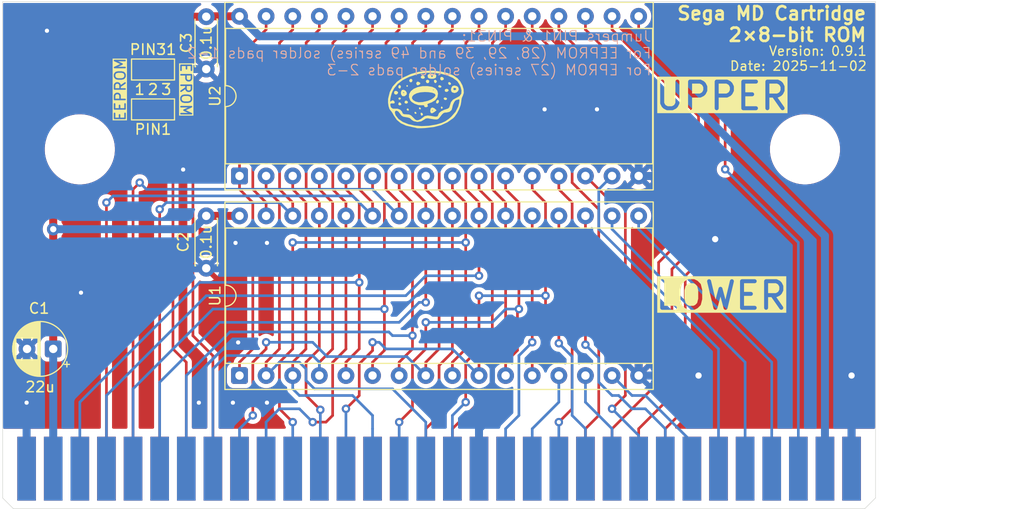
<source format=kicad_pcb>
(kicad_pcb (version 20241229) (generator "pcbnew") (generator_version "9.0")
  (title_block (title "Sega genesis cartridge 2 x 8-bit ROMs") (date "2025-11-02") (rev "0.9.1") (company "ponchick"))
  (layers (0 "F.Cu" signal) (2 "B.Cu" signal) (13 "F.Paste" user) (15 "B.Paste" user) (5 "F.SilkS" user "F.Silkscreen") (7 "B.SilkS" user "B.Silkscreen") (1 "F.Mask" user) (3 "B.Mask" user) (25 "Edge.Cuts" user))
  (net 0 "")
  (net 1 "VCC")
  (net 2 "GND")
  (net 3 "/PIN1")
  (net 4 "/A7")
  (net 5 "/A10")
  (net 6 "/A6")
  (net 7 "/A11")
  (net 8 "/A5")
  (net 9 "/A12")
  (net 10 "/A4")
  (net 11 "/A13")
  (net 12 "/A3")
  (net 13 "/A14")
  (net 14 "/A2")
  (net 15 "/A15")
  (net 16 "/A1")
  (net 17 "/A16")
  (net 18 "/A0")
  (net 19 "/D7")
  (net 20 "/D0")
  (net 21 "/D8")
  (net 22 "/D6")
  (net 23 "/D1")
  (net 24 "/D9")
  (net 25 "/D5")
  (net 26 "/D2")
  (net 27 "/D10")
  (net 28 "/D4")
  (net 29 "/D3")
  (net 30 "/D11")
  (net 31 "/PIN31")
  (net 32 "/A8")
  (net 33 "/A9")
  (net 34 "/A17")
  (net 35 "/A18")
  (net 36 "/A19")
  (net 37 "/A20")
  (net 38 "/A21")
  (net 39 "/~{OE}")
  (net 40 "/~{CE}")
  (net 41 "/D15")
  (net 42 "/D14")
  (net 43 "/D13")
  (net 44 "/D12")
  (footprint "Sega:GENESIS_CART_EDGE" (layer "F.Cu") (at 73.66 114.3)
    (property "Reference" "J1" (hide yes))
    (property "Value" "GENESIS_CART_EDGE" (hide yes))
  )
  (footprint "Sega:HOLE_6.2" (layer "F.Cu") (at 109.855 83.82)
    (property "Reference" "H2" (hide yes))
    (property "Value" "~" (hide yes))
  )
  (footprint "Sega:HOLE_6.2" (layer "F.Cu") (at 40.64 83.82)
    (property "Reference" "H1" (hide yes))
    (property "Value" "~" (hide yes))
  )
  (footprint "Capacitor_THT:C_Disc_D4.3mm_W1.9mm_P5.00mm" (layer "F.Cu") (at 52.705 95.17 90)
    (property "Reference" "C2")
    (property "Value" "0.1u")
  )
  (footprint "Sega:SolderJumper-3" (layer "F.Cu") (at 47.625 76.2)
    (property "Reference" "JP2" (hide yes))
    (property "Value" "PIN31")
  )
  (footprint "Sega:ponchick" (layer "F.Cu") (at 73.66 79.375)
    (property "Reference" "LOGO#" (hide yes))
    (property "Value" "LOGO" (hide yes))
  )
  (footprint "Capacitor_THT:C_Disc_D4.3mm_W1.9mm_P5.00mm" (layer "F.Cu") (at 52.705 71.16 -90)
    (property "Reference" "C3")
    (property "Value" "0.1u")
  )
  (footprint "Package_DIP:DIP-32_W15.24mm_Socket" (layer "F.Cu") (at 55.88 105.41 90)
    (property "Reference" "U1")
    (property "Value" "SST39SF040")
  )
  (footprint "Package_DIP:DIP-32_W15.24mm_Socket" (layer "F.Cu") (at 55.88 86.36 90)
    (property "Reference" "U2")
    (property "Value" "SST39SF040")
  )
  (footprint "Capacitor_THT:CP_Radial_D5.0mm_P2.50mm" (layer "F.Cu") (at 38.1 102.87 180)
    (property "Reference" "C1")
    (property "Value" "22u")
  )
  (footprint "Sega:SolderJumper-3" (layer "F.Cu") (at 47.625 80.01)
    (property "Reference" "JP1" (hide yes))
    (property "Value" "PIN1")
  )
  (gr_line (start 33.274 117.094) (end 33.274 69.723) (stroke (width 0.05)) (layer "Edge.Cuts"))
  (gr_line (start 116.586 69.723) (end 116.586 117.094) (stroke (width 0.05)) (layer "Edge.Cuts"))
  (gr_line (start 34.29 118.11) (end 33.274 117.094) (stroke (width 0.05)) (layer "Edge.Cuts"))
  (gr_line (start 116.586 117.094) (end 115.57 118.11) (stroke (width 0.05)) (layer "Edge.Cuts"))
  (gr_line (start 33.274 69.723) (end 116.586 69.723) (stroke (width 0.05)) (layer "Edge.Cuts"))
  (gr_line (start 115.57 118.11) (end 34.29 118.11) (stroke (width 0.05)) (layer "Edge.Cuts"))
  (gr_text "Version: ${REVISION}\nDate: ${ISSUE_DATE}" (at 115.824 73.914 0) (layer "F.SilkS") (effects (font (size 0.889 0.889) (thickness 0.127)) (justify right top)))
  (gr_text "2" (at 47.625 78.105 0) (layer "F.SilkS") (effects (font (size 1.016 1.016) (thickness 0.1524))))
  (gr_text "LOWER" (at 95.37 97.79 0) (layer "F.SilkS" knockout) (effects (font (size 2.54 2.54) (thickness 0.381)) (justify left)))
  (gr_text "UPPER" (at 95.37 78.74 0) (layer "F.SilkS" knockout) (effects (font (size 2.54 2.54) (thickness 0.381)) (justify left)))
  (gr_text "EPROM" (at 50.165 78.105 -90) (layer "F.SilkS" knockout) (effects (font (size 1 1)) (justify bottom)))
  (gr_text "EEPROM" (at 45.085 78.105 -270) (layer "F.SilkS" knockout) (effects (font (size 1 1)) (justify bottom)))
  (gr_text "Sega MD Cartridge\n2×8-bit ROM" (at 115.824 70.104 0) (layer "F.SilkS") (effects (font (size 1.27 1.27) (thickness 0.254) (bold yes)) (justify right top)))
  (gr_text "1" (at 46.355 78.105 0) (layer "F.SilkS") (effects (font (size 1.016 1.016) (thickness 0.1524))))
  (gr_text "3" (at 48.895 78.105 0) (layer "F.SilkS") (effects (font (size 1.016 1.016) (thickness 0.1524))))
  (gr_text "Jumpers PIN1 & PIN31:\nFor EEPROM (28, 29, 39 and 49 series) solder pads 1-2\nFor EPROM (27 series) solder pads 2-3" (at 95.25 76.835 0) (layer "B.SilkS") (effects (font (size 1 1) (thickness 0.1)) (justify left bottom mirror)))
  (segment (start 38.1 88.9) (end 36.195 86.995) (width 0.762) (layer "F.Cu") (net 1))
  (segment (start 36.195 82.55) (end 43.4975 75.2475) (width 0.762) (layer "F.Cu") (net 1))
  (segment (start 43.4975 75.2475) (end 47.585 71.16) (width 0.762) (layer "F.Cu") (net 1))
  (segment (start 47.585 71.16) (end 52.705 71.16) (width 0.762) (layer "F.Cu") (net 1))
  (segment (start 38.1 91.44) (end 38.1 88.9) (width 0.762) (layer "F.Cu") (net 1))
  (segment (start 38.1 102.87) (end 38.1 91.44) (width 0.762) (layer "F.Cu") (net 1))
  (segment (start 36.195 86.995) (end 36.195 82.55) (width 0.762) (layer "F.Cu") (net 1))
  (segment (start 52.705 90.17) (end 55.88 90.17) (width 0.762) (layer "F.Cu") (net 1))
  (segment (start 44.45 76.2) (end 43.4975 75.2475) (width 0.762) (layer "F.Cu") (net 1))
  (segment (start 55.88 71.12) (end 52.745 71.12) (width 0.762) (layer "F.Cu") (net 1))
  (segment (start 46.325 76.2) (end 44.45 76.2) (width 0.762) (layer "F.Cu") (net 1))
  (via (at 38.1 91.44) (size 1.2) (drill 0.6) (layers "F.Cu" "B.Cu") (net 1))
  (segment (start 38.1 114.3) (end 38.1 102.87) (width 0.762) (layer "B.Cu") (net 1))
  (segment (start 57.785 73.025) (end 55.88 71.12) (width 0.762) (layer "B.Cu") (net 1))
  (segment (start 52.705 90.17) (end 51.435 91.44) (width 0.762) (layer "B.Cu") (net 1))
  (segment (start 51.435 91.44) (end 38.1 91.44) (width 0.762) (layer "B.Cu") (net 1))
  (segment (start 111.76 114.3) (end 111.76 92.075) (width 0.762) (layer "B.Cu") (net 1))
  (segment (start 111.76 92.075) (end 92.71 73.025) (width 0.762) (layer "B.Cu") (net 1))
  (segment (start 57.785 73.025) (end 92.71 73.025) (width 0.762) (layer "B.Cu") (net 1))
  (segment (start 95.25 86.36) (end 95.885 86.995) (width 0.762) (layer "F.Cu") (net 2))
  (segment (start 114.3 114.3) (end 114.3 105.41) (width 0.762) (layer "F.Cu") (net 2))
  (segment (start 101.2825 92.3925) (end 114.3 105.41) (width 0.762) (layer "F.Cu") (net 2))
  (segment (start 93.98 93.345) (end 93.98 105.41) (width 0.762) (layer "F.Cu") (net 2))
  (segment (start 95.885 91.44) (end 93.98 93.345) (width 0.762) (layer "F.Cu") (net 2))
  (segment (start 95.885 86.995) (end 95.885 91.44) (width 0.762) (layer "F.Cu") (net 2))
  (segment (start 99.695 105.41) (end 114.3 105.41) (width 0.762) (layer "F.Cu") (net 2))
  (segment (start 93.98 86.36) (end 95.25 86.36) (width 0.762) (layer "F.Cu") (net 2))
  (via (at 55.5 92.75) (size 0.8) (drill 0.4) (layers "F.Cu" "B.Cu") (net 2))
  (via (at 40.75 97.5) (size 0.8) (drill 0.4) (layers "F.Cu" "B.Cu") (net 2))
  (via (at 99.695 105.41) (size 1.2) (drill 0.6) (layers "F.Cu" "B.Cu") (net 2))
  (via (at 50.5 85.75) (size 0.8) (drill 0.4) (layers "F.Cu" "B.Cu") (net 2))
  (via (at 52 108) (size 0.8) (drill 0.4) (layers "F.Cu" "B.Cu") (net 2))
  (via (at 55.25 108) (size 0.8) (drill 0.4) (layers "F.Cu" "B.Cu") (net 2))
  (via (at 114.3 105.41) (size 1.2) (drill 0.6) (layers "F.Cu" "B.Cu") (net 2))
  (via (at 55.75 102.25) (size 0.8) (drill 0.4) (layers "F.Cu" "B.Cu") (net 2))
  (via (at 37.5 72.5) (size 0.8) (drill 0.4) (layers "F.Cu" "B.Cu") (net 2))
  (via (at 58.5 92.75) (size 0.8) (drill 0.4) (layers "F.Cu" "B.Cu") (net 2))
  (via (at 58.5 108) (size 0.8) (drill 0.4) (layers "F.Cu" "B.Cu") (net 2))
  (via (at 85 80) (size 0.8) (drill 0.4) (layers "F.Cu" "B.Cu") (net 2))
  (via (at 90 80) (size 0.8) (drill 0.4) (layers "F.Cu" "B.Cu") (net 2))
  (via (at 101.2825 92.3925) (size 1.2) (drill 0.6) (layers "F.Cu" "B.Cu") (net 2))
  (via (at 35.56 108) (size 0.8) (drill 0.4) (layers "F.Cu" "B.Cu") (net 2))
  (segment (start 114.3 105.41) (end 114.3 114.415) (width 0.762) (layer "B.Cu") (net 2))
  (segment (start 48.895 76.16) (end 48.895 81.915) (width 0.762) (layer "B.Cu") (net 2))
  (segment (start 91.44 101.6) (end 93.345 103.505) (width 0.762) (layer "B.Cu") (net 2))
  (segment (start 40.68 76.16) (end 48.895 76.16) (width 0.762) (layer "B.Cu") (net 2))
  (segment (start 35.6 94.615) (end 35.6 81.32) (width 0.762) (layer "B.Cu") (net 2))
  (segment (start 71.2 95.17) (end 72.39 93.98) (width 0.762) (layer "B.Cu") (net 2))
  (segment (start 35.56 81.28) (end 40.68 76.16) (width 0.762) (layer "B.Cu") (net 2))
  (segment (start 91.44 95.885) (end 91.44 101.6) (width 0.762) (layer "B.Cu") (net 2))
  (segment (start 93.98 105.41) (end 93.98 104.14) (width 0.762) (layer "B.Cu") (net 2))
  (segment (start 89.535 93.98) (end 91.44 95.885) (width 0.762) (layer "B.Cu") (net 2))
  (segment (start 52.705 95.17) (end 35.6 95.17) (width 0.762) (layer "B.Cu") (net 2))
  (segment (start 80.01 109.22) (end 80.01 103.505) (width 0.508) (layer "B.Cu") (net 2))
  (segment (start 78.74 110.49) (end 80.01 109.22) (width 0.762) (layer "B.Cu") (net 2))
  (segment (start 95.25 86.36) (end 93.98 86.36) (width 0.762) (layer "B.Cu") (net 2))
  (segment (start 114.3 114.3) (end 114.3 105.41) (width 0.762) (layer "B.Cu") (net 2))
  (segment (start 93.345 103.505) (end 91.0908 101.2508) (width 0.762) (layer "B.Cu") (net 2))
  (segment (start 35.6 81.32) (end 35.56 81.28) (width 0.762) (layer "B.Cu") (net 2))
  (segment (start 52.705 95.17) (end 71.2 95.17) (width 0.762) (layer "B.Cu") (net 2))
  (segment (start 93.98 86.36) (end 93.98 84.455) (width 0.762) (layer "B.Cu") (net 2))
  (segment (start 78.74 114.3) (end 78.74 110.49) (width 0.762) (layer "B.Cu") (net 2))
  (segment (start 35.6 95.17) (end 35.6 94.615) (width 0.762) (layer "B.Cu") (net 2))
  (segment (start 35.56 114.3) (end 35.56 108) (width 0.762) (layer "B.Cu") (net 2))
  (segment (start 82.2642 101.2508) (end 80.01 103.505) (width 0.762) (layer "B.Cu") (net 2))
  (segment (start 99.695 105.41) (end 94.615 105.41) (width 0.762) (layer "B.Cu") (net 2))
  (segment (start 93.98 104.14) (end 93.345 103.505) (width 0.762) (layer "B.Cu") (net 2))
  (segment (start 72.39 93.98) (end 89.535 93.98) (width 0.762) (layer "B.Cu") (net 2))
  (segment (start 48.895 81.915) (end 50.8 83.82) (width 0.762) (layer "B.Cu") (net 2))
  (segment (start 50.8 83.82) (end 93.345 83.82) (width 0.762) (layer "B.Cu") (net 2))
  (segment (start 35.56 108) (end 35.56 102.91) (width 0.762) (layer "B.Cu") (net 2))
  (segment (start 101.2825 92.3925) (end 95.25 86.36) (width 0.762) (layer "B.Cu") (net 2))
  (segment (start 48.895 76.16) (end 52.705 76.16) (width 0.762) (layer "B.Cu") (net 2))
  (segment (start 35.6 94.615) (end 35.6 102.87) (width 0.762) (layer "B.Cu") (net 2))
  (segment (start 93.98 84.455) (end 93.345 83.82) (width 0.762) (layer "B.Cu") (net 2))
  (segment (start 91.0908 101.2508) (end 82.2642 101.2508) (width 0.762) (layer "B.Cu") (net 2))
  (segment (start 55.88 86.36) (end 55.88 87.63) (width 0.254) (layer "F.Cu") (net 3))
  (segment (start 47.625 78.7523) (end 47.6373 78.74) (width 0.254) (layer "F.Cu") (net 3))
  (segment (start 57.15 102.87) (end 55.88 104.14) (width 0.254) (layer "F.Cu") (net 3))
  (segment (start 49.53 78.74) (end 55.88 85.09) (width 0.254) (layer "F.Cu") (net 3))
  (segment (start 47.6373 78.74) (end 49.53 78.74) (width 0.254) (layer "F.Cu") (net 3))
  (segment (start 55.88 85.09) (end 55.88 86.36) (width 0.254) (layer "F.Cu") (net 3))
  (segment (start 47.625 80.01) (end 47.625 78.7523) (width 0.254) (layer "F.Cu") (net 3))
  (segment (start 55.88 87.63) (end 57.15 88.9) (width 0.254) (layer "F.Cu") (net 3))
  (segment (start 55.88 104.14) (end 55.88 105.41) (width 0.254) (layer "F.Cu") (net 3))
  (segment (start 57.15 88.9) (end 57.15 102.87) (width 0.254) (layer "F.Cu") (net 3))
  (segment (start 66.04 104.14) (end 67.31 102.87) (width 0.254) (layer "F.Cu") (net 4))
  (segment (start 67.31 102.87) (end 67.31 96.52) (width 0.254) (layer "F.Cu") (net 4))
  (segment (start 67.31 88.9) (end 66.04 87.63) (width 0.254) (layer "F.Cu") (net 4))
  (segment (start 67.31 96.52) (end 67.31 88.9) (width 0.254) (layer "F.Cu") (net 4))
  (segment (start 66.04 105.41) (end 66.04 104.14) (width 0.254) (layer "F.Cu") (net 4))
  (segment (start 66.04 87.63) (end 66.04 86.36) (width 0.254) (layer "F.Cu") (net 4))
  (via (at 67.31 96.52) (size 0.8) (drill 0.4) (layers "F.Cu" "B.Cu") (net 4))
  (segment (start 40.64 114.3) (end 40.64 107.95) (width 0.254) (layer "B.Cu") (net 4))
  (segment (start 40.64 107.95) (end 52.07 96.52) (width 0.254) (layer "B.Cu") (net 4))
  (segment (start 52.07 96.52) (end 67.31 96.52) (width 0.254) (layer "B.Cu") (net 4))
  (segment (start 78.74 72.39) (end 78.74 71.12) (width 0.254) (layer "F.Cu") (net 5))
  (segment (start 78.74 88.8872) (end 77.4828 87.63) (width 0.254) (layer "F.Cu") (net 5))
  (segment (start 77.4828 73.6472) (end 78.74 72.39) (width 0.254) (layer "F.Cu") (net 5))
  (segment (start 78.74 95.885) (end 78.74 88.8872) (width 0.254) (layer "F.Cu") (net 5))
  (segment (start 77.4828 87.63) (end 77.4828 73.6472) (width 0.254) (layer "F.Cu") (net 5))
  (via (at 78.74 95.885) (size 0.8) (drill 0.4) (layers "F.Cu" "B.Cu") (net 5))
  (segment (start 43.18 114.3) (end 43.18 107.315) (width 0.254) (layer "B.Cu") (net 5))
  (segment (start 71.755 97.79) (end 73.66 95.885) (width 0.254) (layer "B.Cu") (net 5))
  (segment (start 43.18 107.315) (end 52.705 97.79) (width 0.254) (layer "B.Cu") (net 5))
  (segment (start 52.705 97.79) (end 71.755 97.79) (width 0.254) (layer "B.Cu") (net 5))
  (segment (start 73.66 95.885) (end 78.74 95.885) (width 0.254) (layer "B.Cu") (net 5))
  (segment (start 68.58 105.41) (end 68.58 104.14) (width 0.254) (layer "F.Cu") (net 6))
  (segment (start 68.58 86.36) (end 68.58 87.63) (width 0.254) (layer "F.Cu") (net 6))
  (segment (start 68.58 104.14) (end 69.7102 103.0098) (width 0.254) (layer "F.Cu") (net 6))
  (segment (start 68.58 87.63) (end 69.7102 88.7602) (width 0.254) (layer "F.Cu") (net 6))
  (segment (start 69.7102 103.0098) (end 69.7102 88.7602) (width 0.254) (layer "F.Cu") (net 6))
  (via (at 69.7102 99.06) (size 0.8) (drill 0.4) (layers "F.Cu" "B.Cu") (net 6))
  (segment (start 69.7102 99.06) (end 53.34 99.06) (width 0.254) (layer "B.Cu") (net 6))
  (segment (start 45.72 106.68) (end 45.72 114.3) (width 0.254) (layer "B.Cu") (net 6))
  (segment (start 53.34 99.06) (end 45.72 106.68) (width 0.254) (layer "B.Cu") (net 6))
  (segment (start 72.4028 73.6472) (end 73.66 72.39) (width 0.254) (layer "F.Cu") (net 7))
  (segment (start 72.4028 87.6428) (end 73.66 88.9) (width 0.254) (layer "F.Cu") (net 7))
  (segment (start 72.4028 87.6428) (end 72.4028 73.6472) (width 0.254) (layer "F.Cu") (net 7))
  (segment (start 73.66 88.9) (end 73.66 90.17) (width 0.254) (layer "F.Cu") (net 7))
  (segment (start 73.66 72.39) (end 73.66 71.12) (width 0.254) (layer "F.Cu") (net 7))
  (segment (start 73.66 98.425) (end 73.66 90.17) (width 0.254) (layer "F.Cu") (net 7))
  (via (at 73.66 98.425) (size 0.8) (drill 0.4) (layers "F.Cu" "B.Cu") (net 7))
  (segment (start 53.975 100.33) (end 48.26 106.045) (width 0.254) (layer "B.Cu") (net 7))
  (segment (start 71.12 100.33) (end 53.975 100.33) (width 0.254) (layer "B.Cu") (net 7))
  (segment (start 73.025 98.425) (end 71.12 100.33) (width 0.254) (layer "B.Cu") (net 7))
  (segment (start 48.26 106.045) (end 48.26 114.3) (width 0.254) (layer "B.Cu") (net 7))
  (segment (start 73.66 98.425) (end 73.025 98.425) (width 0.254) (layer "B.Cu") (net 7))
  (segment (start 71.12 87.641578) (end 71.12 86.36) (width 0.254) (layer "F.Cu") (net 8))
  (segment (start 72.39 102.87) (end 71.12 104.14) (width 0.254) (layer "F.Cu") (net 8))
  (segment (start 72.39 88.911578) (end 71.12 87.641578) (width 0.254) (layer "F.Cu") (net 8))
  (segment (start 72.39 101.6) (end 72.39 88.911578) (width 0.254) (layer "F.Cu") (net 8))
  (segment (start 72.39 101.6) (end 72.39 102.87) (width 0.254) (layer "F.Cu") (net 8))
  (segment (start 71.12 104.14) (end 71.12 105.41) (width 0.254) (layer "F.Cu") (net 8))
  (via (at 72.39 101.6) (size 0.8) (drill 0.4) (layers "F.Cu" "B.Cu") (net 8))
  (segment (start 72.39 101.6) (end 70.485 101.6) (width 0.254) (layer "B.Cu") (net 8))
  (segment (start 70.135 101.25) (end 54.96 101.25) (width 0.254) (layer "B.Cu") (net 8))
  (segment (start 70.485 101.6) (end 70.135 101.25) (width 0.254) (layer "B.Cu") (net 8))
  (segment (start 50.8 105.41) (end 50.8 114.3) (width 0.254) (layer "B.Cu") (net 8))
  (segment (start 54.96 101.25) (end 50.8 105.41) (width 0.254) (layer "B.Cu") (net 8))
  (segment (start 64.77 102.87) (end 64.77 88.9) (width 0.254) (layer "F.Cu") (net 9))
  (segment (start 63.5 87.63) (end 63.5 86.36) (width 0.254) (layer "F.Cu") (net 9))
  (segment (start 63.5 104.14) (end 64.77 102.87) (width 0.254) (layer "F.Cu") (net 9))
  (segment (start 63.5 105.41) (end 63.5 104.14) (width 0.254) (layer "F.Cu") (net 9))
  (segment (start 64.77 88.9) (end 63.5 87.63) (width 0.254) (layer "F.Cu") (net 9))
  (segment (start 62.865 103.505) (end 63.5 104.14) (width 0.254) (layer "B.Cu") (net 9))
  (segment (start 53.34 104.775) (end 54.61 103.505) (width 0.254) (layer "B.Cu") (net 9))
  (segment (start 63.5 104.14) (end 63.5 105.41) (width 0.254) (layer "B.Cu") (net 9))
  (segment (start 54.61 103.505) (end 62.865 103.505) (width 0.254) (layer "B.Cu") (net 9))
  (segment (start 53.34 114.3) (end 53.34 104.775) (width 0.254) (layer "B.Cu") (net 9))
  (segment (start 73.66 87.63) (end 74.93 88.9) (width 0.254) (layer "F.Cu") (net 10))
  (segment (start 73.66 86.36) (end 73.66 87.63) (width 0.254) (layer "F.Cu") (net 10))
  (segment (start 74.93 102.87) (end 73.66 104.14) (width 0.254) (layer "F.Cu") (net 10))
  (segment (start 73.66 104.14) (end 73.66 105.41) (width 0.254) (layer "F.Cu") (net 10))
  (segment (start 58.42 102.87) (end 57.15 104.14) (width 0.254) (layer "F.Cu") (net 10))
  (segment (start 57.15 104.14) (end 57.15 109.22) (width 0.254) (layer "F.Cu") (net 10))
  (segment (start 74.93 88.9) (end 74.93 102.87) (width 0.254) (layer "F.Cu") (net 10))
  (segment (start 58.42 102.235) (end 58.42 102.87) (width 0.254) (layer "F.Cu") (net 10))
  (via (at 57.15 109.22) (size 0.8) (drill 0.4) (layers "F.Cu" "B.Cu") (net 10))
  (via (at 58.42 102.235) (size 0.8) (drill 0.4) (layers "F.Cu" "B.Cu") (net 10))
  (segment (start 55.88 114.3) (end 55.88 110.49) (width 0.254) (layer "B.Cu") (net 10))
  (segment (start 64.2302 103.6002) (end 71.8502 103.6002) (width 0.254) (layer "B.Cu") (net 10))
  (segment (start 62.865 102.235) (end 64.2302 103.6002) (width 0.254) (layer "B.Cu") (net 10))
  (segment (start 55.88 110.49) (end 57.15 109.22) (width 0.254) (layer "B.Cu") (net 10))
  (segment (start 71.8502 103.6002) (end 73.66 105.41) (width 0.254) (layer "B.Cu") (net 10))
  (segment (start 58.42 102.235) (end 62.865 102.235) (width 0.254) (layer "B.Cu") (net 10))
  (segment (start 66.04 72.39) (end 66.04 71.12) (width 0.254) (layer "F.Cu") (net 11))
  (segment (start 64.77 106.72735) (end 64.77 104.151578) (width 0.254) (layer "F.Cu") (net 11))
  (segment (start 64.7828 87.6428) (end 64.7828 73.6472) (width 0.254) (layer "F.Cu") (net 11))
  (segment (start 66.04 102.881578) (end 66.04 88.9) (width 0.254) (layer "F.Cu") (net 11))
  (segment (start 64.77 109.22) (end 64.77 106.68) (width 0.254) (layer "F.Cu") (net 11))
  (segment (start 66.04 88.9) (end 64.7828 87.6428) (width 0.254) (layer "F.Cu") (net 11))
  (segment (start 64.7828 73.6472) (end 66.04 72.39) (width 0.254) (layer "F.Cu") (net 11))
  (segment (start 64.77 104.151578) (end 66.04 102.881578) (width 0.254) (layer "F.Cu") (net 11))
  (segment (start 64.135 109.855) (end 64.77 109.22) (width 0.254) (layer "F.Cu") (net 11))
  (segment (start 62.865 109.855) (end 64.135 109.855) (width 0.254) (layer "F.Cu") (net 11))
  (via (at 62.865 109.855) (size 0.8) (drill 0.4) (layers "F.Cu" "B.Cu") (net 11))
  (segment (start 58.42 109.855) (end 58.42 114.3) (width 0.254) (layer "B.Cu") (net 11))
  (segment (start 61.595 108.585) (end 59.69 108.585) (width 0.254) (layer "B.Cu") (net 11))
  (segment (start 59.69 108.585) (end 58.42 109.855) (width 0.254) (layer "B.Cu") (net 11))
  (segment (start 62.865 109.855) (end 61.595 108.585) (width 0.254) (layer "B.Cu") (net 11))
  (segment (start 59.69 104.14) (end 59.69 108.585) (width 0.254) (layer "F.Cu") (net 12))
  (segment (start 76.2 105.41) (end 76.2 104.14) (width 0.254) (layer "F.Cu") (net 12))
  (segment (start 77.47 102.87) (end 77.47 88.9) (width 0.254) (layer "F.Cu") (net 12))
  (segment (start 76.2 87.63) (end 76.2 86.36) (width 0.254) (layer "F.Cu") (net 12))
  (segment (start 60.96 102.87) (end 59.69 104.14) (width 0.254) (layer "F.Cu") (net 12))
  (segment (start 76.2 104.14) (end 77.47 102.87) (width 0.254) (layer "F.Cu") (net 12))
  (segment (start 60.96 92.71) (end 60.96 102.87) (width 0.254) (layer "F.Cu") (net 12))
  (segment (start 59.69 108.585) (end 60.96 109.855) (width 0.254) (layer "F.Cu") (net 12))
  (segment (start 77.47 88.9) (end 76.2 87.63) (width 0.254) (layer "F.Cu") (net 12))
  (via (at 77.47 92.71) (size 0.8) (drill 0.4) (layers "F.Cu" "B.Cu") (net 12))
  (via (at 60.96 92.71) (size 0.8) (drill 0.4) (layers "F.Cu" "B.Cu") (net 12))
  (via (at 60.96 109.855) (size 0.8) (drill 0.4) (layers "F.Cu" "B.Cu") (net 12))
  (segment (start 60.96 114.3) (end 60.96 109.855) (width 0.254) (layer "B.Cu") (net 12))
  (segment (start 77.47 92.71) (end 60.96 92.71) (width 0.254) (layer "B.Cu") (net 12))
  (segment (start 63.5 72.3772) (end 63.5 71.12) (width 0.254) (layer "F.Cu") (net 13))
  (segment (start 63.5 88.9) (end 62.2428 87.6428) (width 0.254) (layer "F.Cu") (net 13))
  (segment (start 63.5952 108.6802) (end 62.23 107.315) (width 0.254) (layer "F.Cu") (net 13))
  (segment (start 62.2428 87.6428) (end 62.2428 73.6344) (width 0.254) (layer "F.Cu") (net 13))
  (segment (start 62.2428 73.6344) (end 63.5 72.3772) (width 0.254) (layer "F.Cu") (net 13))
  (segment (start 62.23 107.315) (end 62.23 104.14) (width 0.254) (layer "F.Cu") (net 13))
  (segment (start 63.5 102.87) (end 63.5 88.9) (width 0.254) (layer "F.Cu") (net 13))
  (segment (start 62.23 104.14) (end 63.5 102.87) (width 0.254) (layer "F.Cu") (net 13))
  (via (at 63.5952 108.6802) (size 0.8) (drill 0.4) (layers "F.Cu" "B.Cu") (net 13))
  (segment (start 63.5952 108.6802) (end 63.5952 114.2048) (width 0.254) (layer "B.Cu") (net 13))
  (segment (start 80.01 102.87) (end 78.74 104.14) (width 0.254) (layer "F.Cu") (net 14))
  (segment (start 78.74 87.63) (end 80.01 88.9) (width 0.254) (layer "F.Cu") (net 14))
  (segment (start 78.74 86.36) (end 78.74 87.63) (width 0.254) (layer "F.Cu") (net 14))
  (segment (start 68.58 103.023328) (end 67.31 104.293328) (width 0.254) (layer "F.Cu") (net 14))
  (segment (start 67.31 104.293328) (end 67.31 107.315) (width 0.254) (layer "F.Cu") (net 14))
  (segment (start 68.58 102.235) (end 68.58 103.023328) (width 0.254) (layer "F.Cu") (net 14))
  (segment (start 78.74 104.14) (end 78.74 105.41) (width 0.254) (layer "F.Cu") (net 14))
  (segment (start 67.31 107.315) (end 66.04 108.585) (width 0.254) (layer "F.Cu") (net 14))
  (segment (start 80.01 88.9) (end 80.01 102.87) (width 0.254) (layer "F.Cu") (net 14))
  (via (at 68.58 102.235) (size 0.8) (drill 0.4) (layers "F.Cu" "B.Cu") (net 14))
  (via (at 66.04 108.585) (size 0.8) (drill 0.4) (layers "F.Cu" "B.Cu") (net 14))
  (segment (start 69.85 102.87) (end 76.2 102.87) (width 0.254) (layer "B.Cu") (net 14))
  (segment (start 68.58 102.235) (end 69.215 102.235) (width 0.254) (layer "B.Cu") (net 14))
  (segment (start 66.04 114.3) (end 66.04 108.585) (width 0.254) (layer "B.Cu") (net 14))
  (segment (start 69.215 102.235) (end 69.85 102.87) (width 0.254) (layer "B.Cu") (net 14))
  (segment (start 76.2 102.87) (end 78.74 105.41) (width 0.254) (layer "B.Cu") (net 14))
  (segment (start 60.96 104.14) (end 62.2172 102.8828) (width 0.254) (layer "F.Cu") (net 15))
  (segment (start 62.2172 88.8872) (end 60.96 87.63) (width 0.254) (layer "F.Cu") (net 15))
  (segment (start 62.2172 102.8828) (end 62.2172 88.8872) (width 0.254) (layer "F.Cu") (net 15))
  (segment (start 60.96 87.63) (end 60.96 86.36) (width 0.254) (layer "F.Cu") (net 15))
  (segment (start 60.96 105.41) (end 60.96 104.14) (width 0.254) (layer "F.Cu") (net 15))
  (segment (start 68.58 110.49) (end 68.58 114.3) (width 0.254) (layer "B.Cu") (net 15))
  (segment (start 60.96 106.68) (end 60.96 105.41) (width 0.254) (layer "B.Cu") (net 15))
  (segment (start 66.675 107.315) (end 61.595 107.315) (width 0.254) (layer "B.Cu") (net 15))
  (segment (start 68.58 110.49) (end 68.58 109.22) (width 0.254) (layer "B.Cu") (net 15))
  (segment (start 68.58 109.22) (end 66.675 107.315) (width 0.254) (layer "B.Cu") (net 15))
  (segment (start 61.595 107.315) (end 60.96 106.68) (width 0.254) (layer "B.Cu") (net 15))
  (segment (start 82.55 99.06) (end 82.55 88.9) (width 0.254) (layer "F.Cu") (net 16))
  (segment (start 72.39 104.14) (end 72.39 108.585) (width 0.254) (layer "F.Cu") (net 16))
  (segment (start 82.4102 99.1998) (end 82.4102 103.0098) (width 0.254) (layer "F.Cu") (net 16))
  (segment (start 81.28 104.14) (end 81.28 105.41) (width 0.254) (layer "F.Cu") (net 16))
  (segment (start 72.39 108.585) (end 71.12 109.855) (width 0.254) (layer "F.Cu") (net 16))
  (segment (start 82.55 99.06) (end 82.4102 99.1998) (width 0.254) (layer "F.Cu") (net 16))
  (segment (start 73.66 100.33) (end 73.66 102.87) (width 0.254) (layer "F.Cu") (net 16))
  (segment (start 73.66 102.87) (end 72.39 104.14) (width 0.254) (layer "F.Cu") (net 16))
  (segment (start 82.55 88.9) (end 81.28 87.63) (width 0.254) (layer "F.Cu") (net 16))
  (segment (start 82.4102 103.0098) (end 81.28 104.14) (width 0.254) (layer "F.Cu") (net 16))
  (segment (start 81.28 87.63) (end 81.28 86.36) (width 0.254) (layer "F.Cu") (net 16))
  (via (at 82.55 99.06) (size 0.8) (drill 0.4) (layers "F.Cu" "B.Cu") (net 16))
  (via (at 73.66 100.33) (size 0.8) (drill 0.4) (layers "F.Cu" "B.Cu") (net 16))
  (via (at 71.12 109.855) (size 0.8) (drill 0.4) (layers "F.Cu" "B.Cu") (net 16))
  (segment (start 80.01 100.33) (end 73.66 100.33) (width 0.254) (layer "B.Cu") (net 16))
  (segment (start 71.12 114.3) (end 71.12 109.855) (width 0.254) (layer "B.Cu") (net 16))
  (segment (start 82.55 99.06) (end 81.28 99.06) (width 0.254) (layer "B.Cu") (net 16))
  (segment (start 81.28 99.06) (end 80.01 100.33) (width 0.254) (layer "B.Cu") (net 16))
  (segment (start 59.69 101.219) (end 59.69 88.9) (width 0.254) (layer "F.Cu") (net 17))
  (segment (start 59.69 101.219) (end 59.69 102.87) (width 0.254) (layer "F.Cu") (net 17))
  (segment (start 59.69 88.9) (end 58.42 87.63) (width 0.254) (layer "F.Cu") (net 17))
  (segment (start 59.69 102.87) (end 58.42 104.14) (width 0.254) (layer "F.Cu") (net 17))
  (segment (start 58.42 104.14) (end 58.42 105.41) (width 0.254) (layer "F.Cu") (net 17))
  (segment (start 58.42 87.63) (end 58.42 86.36) (width 0.254) (layer "F.Cu") (net 17))
  (segment (start 70.485 106.68) (end 63.031855 106.68) (width 0.254) (layer "B.Cu") (net 17))
  (segment (start 73.66 114.3) (end 73.66 109.855) (width 0.254) (layer "B.Cu") (net 17))
  (segment (start 62.23 105.878145) (end 62.23 104.775) (width 0.254) (layer "B.Cu") (net 17))
  (segment (start 62.23 104.775) (end 61.595 104.14) (width 0.254) (layer "B.Cu") (net 17))
  (segment (start 61.595 104.14) (end 59.69 104.14) (width 0.254) (layer "B.Cu") (net 17))
  (segment (start 73.66 109.855) (end 70.485 106.68) (width 0.254) (layer "B.Cu") (net 17))
  (segment (start 59.69 104.14) (end 58.42 105.41) (width 0.254) (layer "B.Cu") (net 17))
  (segment (start 63.031855 106.68) (end 62.23 105.878145) (width 0.254) (layer "B.Cu") (net 17))
  (segment (start 83.82 87.63) (end 83.82 86.36) (width 0.254) (layer "F.Cu") (net 18))
  (segment (start 85.09 88.9) (end 83.82 87.63) (width 0.254) (layer "F.Cu") (net 18))
  (segment (start 77.47 104.14) (end 77.47 107.95) (width 0.254) (layer "F.Cu") (net 18))
  (segment (start 85.09 102.87) (end 83.82 104.14) (width 0.254) (layer "F.Cu") (net 18))
  (segment (start 85.09 97.79) (end 85.09 88.9) (width 0.254) (layer "F.Cu") (net 18))
  (segment (start 83.82 104.14) (end 83.82 105.41) (width 0.254) (layer "F.Cu") (net 18))
  (segment (start 78.74 97.79) (end 78.74 102.87) (width 0.254) (layer "F.Cu") (net 18))
  (segment (start 78.74 102.87) (end 77.47 104.14) (width 0.254) (layer "F.Cu") (net 18))
  (segment (start 85.09 97.79) (end 85.09 102.87) (width 0.254) (layer "F.Cu") (net 18))
  (via (at 77.47 107.95) (size 0.8) (drill 0.4) (layers "F.Cu" "B.Cu") (net 18))
  (via (at 85.09 97.79) (size 0.8) (drill 0.4) (layers "F.Cu" "B.Cu") (net 18))
  (via (at 78.74 97.79) (size 0.8) (drill 0.4) (layers "F.Cu" "B.Cu") (net 18))
  (segment (start 85.09 97.79) (end 78.74 97.79) (width 0.254) (layer "B.Cu") (net 18))
  (segment (start 77.47 107.95) (end 76.2 109.22) (width 0.254) (layer "B.Cu") (net 18))
  (segment (start 76.2 109.22) (end 76.2 114.3) (width 0.254) (layer "B.Cu") (net 18))
  (segment (start 83.82 102.235) (end 83.82 89.535) (width 0.254) (layer "F.Cu") (net 19))
  (via (at 83.82 102.235) (size 0.8) (drill 0.4) (layers "F.Cu" "B.Cu") (net 19))
  (segment (start 82.55 103.505) (end 82.55 109.22) (width 0.254) (layer "B.Cu") (net 19))
  (segment (start 83.82 102.235) (end 82.55 103.505) (width 0.254) (layer "B.Cu") (net 19))
  (segment (start 82.55 109.22) (end 81.28 110.49) (width 0.254) (layer "B.Cu") (net 19))
  (segment (start 81.28 110.49) (end 81.28 114.3) (width 0.254) (layer "B.Cu") (net 19))
  (segment (start 86.36 105.41) (end 86.36 107.95) (width 0.254) (layer "B.Cu") (net 20))
  (segment (start 86.36 107.95) (end 83.82 110.49) (width 0.254) (layer "B.Cu") (net 20))
  (segment (start 83.82 110.49) (end 83.82 114.3) (width 0.254) (layer "B.Cu") (net 20))
  (segment (start 87.63 108.585) (end 87.63 88.9) (width 0.254) (layer "F.Cu") (net 21))
  (segment (start 86.36 109.855) (end 87.63 108.585) (width 0.254) (layer "F.Cu") (net 21))
  (segment (start 87.63 88.9) (end 86.36 87.63) (width 0.254) (layer "F.Cu") (net 21))
  (segment (start 86.36 87.63) (end 86.36 86.36) (width 0.254) (layer "F.Cu") (net 21))
  (via (at 86.36 109.855) (size 0.8) (drill 0.4) (layers "F.Cu" "B.Cu") (net 21))
  (segment (start 86.36 109.855) (end 86.36 114.3) (width 0.254) (layer "B.Cu") (net 21))
  (segment (start 86.36 102.329231) (end 86.36 89.535) (width 0.254) (layer "F.Cu") (net 22))
  (via (at 86.36 102.329231) (size 0.8) (drill 0.4) (layers "F.Cu" "B.Cu") (net 22))
  (segment (start 86.36 102.329231) (end 87.63 103.599231) (width 0.254) (layer "B.Cu") (net 22))
  (segment (start 87.63 109.22) (end 88.9 110.49) (width 0.254) (layer "B.Cu") (net 22))
  (segment (start 88.9 110.49) (end 88.9 114.3) (width 0.254) (layer "B.Cu") (net 22))
  (segment (start 87.63 103.599231) (end 87.63 109.22) (width 0.254) (layer "B.Cu") (net 22))
  (segment (start 91.44 110.49) (end 91.44 114.3) (width 0.254) (layer "B.Cu") (net 23))
  (segment (start 88.9 107.95) (end 91.44 110.49) (width 0.254) (layer "B.Cu") (net 23))
  (segment (start 88.9 105.41) (end 88.9 107.95) (width 0.254) (layer "B.Cu") (net 23))
  (segment (start 92.71 89.206655) (end 91.768345 88.265) (width 0.254) (layer "F.Cu") (net 24))
  (segment (start 91.768345 88.265) (end 90.805 88.265) (width 0.254) (layer "F.Cu") (net 24))
  (segment (start 91.44 108.585) (end 92.71 107.315) (width 0.254) (layer "F.Cu") (net 24))
  (segment (start 92.71 107.315) (end 92.71 89.206655) (width 0.254) (layer "F.Cu") (net 24))
  (segment (start 90.805 88.265) (end 88.9 86.36) (width 0.254) (layer "F.Cu") (net 24))
  (via (at 91.44 108.585) (size 0.8) (drill 0.4) (layers "F.Cu" "B.Cu") (net 24))
  (segment (start 91.44 108.585) (end 93.98 111.125) (width 0.254) (layer "B.Cu") (net 24))
  (segment (start 93.98 111.125) (end 93.98 114.3) (width 0.254) (layer "B.Cu") (net 24))
  (segment (start 88.9 102.4695) (end 88.9 89.535) (width 0.254) (layer "F.Cu") (net 25))
  (via (at 88.9 102.4695) (size 0.8) (drill 0.4) (layers "F.Cu" "B.Cu") (net 25))
  (segment (start 94.615 108.585) (end 96.52 110.49) (width 0.254) (layer "B.Cu") (net 25))
  (segment (start 96.52 110.49) (end 96.52 114.3) (width 0.254) (layer "B.Cu") (net 25))
  (segment (start 88.9 102.4695) (end 90.17 103.7395) (width 0.254) (layer "B.Cu") (net 25))
  (segment (start 90.17 106.045) (end 91.44 107.315) (width 0.254) (layer "B.Cu") (net 25))
  (segment (start 90.17 103.7395) (end 90.17 106.045) (width 0.254) (layer "B.Cu") (net 25))
  (segment (start 91.44 107.315) (end 92.075 107.315) (width 0.254) (layer "B.Cu") (net 25))
  (segment (start 92.075 107.315) (end 93.345 108.585) (width 0.254) (layer "B.Cu") (net 25))
  (segment (start 93.345 108.585) (end 94.615 108.585) (width 0.254) (layer "B.Cu") (net 25))
  (segment (start 93.345 107.315) (end 94.615 107.315) (width 0.254) (layer "B.Cu") (net 26))
  (segment (start 91.44 105.41) (end 93.345 107.315) (width 0.254) (layer "B.Cu") (net 26))
  (segment (start 94.615 107.315) (end 99.06 111.76) (width 0.254) (layer "B.Cu") (net 26))
  (segment (start 90.17 87.63) (end 91.44 86.36) (width 0.254) (layer "B.Cu") (net 27))
  (segment (start 101.6 102.87) (end 90.17 91.44) (width 0.254) (layer "B.Cu") (net 27))
  (segment (start 101.6 114.3) (end 101.6 102.87) (width 0.254) (layer "B.Cu") (net 27))
  (segment (start 90.17 91.44) (end 90.17 87.63) (width 0.254) (layer "B.Cu") (net 27))
  (segment (start 91.44 91.44) (end 104.14 104.14) (width 0.254) (layer "B.Cu") (net 28))
  (segment (start 104.14 104.14) (end 104.14 114.3) (width 0.254) (layer "B.Cu") (net 28))
  (segment (start 91.44 90.17) (end 91.44 91.44) (width 0.254) (layer "B.Cu") (net 28))
  (segment (start 93.98 90.17) (end 93.98 91.44) (width 0.254) (layer "B.Cu") (net 29))
  (segment (start 106.68 104.14) (end 106.68 114.3) (width 0.254) (layer "B.Cu") (net 29))
  (segment (start 93.98 91.44) (end 106.68 104.14) (width 0.254) (layer "B.Cu") (net 29))
  (segment (start 93.98 72.39) (end 93.98 71.12) (width 0.254) (layer "F.Cu") (net 30))
  (segment (start 102.235 80.645) (end 93.98 72.39) (width 0.254) (layer "F.Cu") (net 30))
  (segment (start 102.235 85.725) (end 102.235 80.645) (width 0.254) (layer "F.Cu") (net 30))
  (via (at 102.235 85.725) (size 0.8) (drill 0.4) (layers "F.Cu" "B.Cu") (net 30))
  (segment (start 102.235 85.725) (end 109.22 92.71) (width 0.254) (layer "B.Cu") (net 30))
  (segment (start 109.22 92.71) (end 109.22 114.3) (width 0.254) (layer "B.Cu") (net 30))
  (segment (start 57.15 73.66) (end 58.42 72.39) (width 0.254) (layer "F.Cu") (net 31))
  (segment (start 57.15 87.63) (end 58.42 88.9) (width 0.254) (layer "F.Cu") (net 31))
  (segment (start 58.42 88.9) (end 58.42 90.17) (width 0.254) (layer "F.Cu") (net 31))
  (segment (start 47.625 74.9423) (end 48.9073 73.66) (width 0.254) (layer "F.Cu") (net 31))
  (segment (start 58.42 71.12) (end 58.42 72.39) (width 0.254) (layer "F.Cu") (net 31))
  (segment (start 47.625 76.2) (end 47.625 74.9423) (width 0.254) (layer "F.Cu") (net 31))
  (segment (start 57.15 73.66) (end 57.15 87.63) (width 0.254) (layer "F.Cu") (net 31))
  (segment (start 48.9073 73.66) (end 57.15 73.66) (width 0.254) (layer "F.Cu") (net 31))
  (segment (start 43.18 114.3) (end 43.18 88.9) (width 0.254) (layer "F.Cu") (net 32))
  (segment (start 67.3228 87.6428) (end 67.3228 73.6472) (width 0.254) (layer "F.Cu") (net 32))
  (segment (start 68.58 90.17) (end 68.58 88.9) (width 0.254) (layer "F.Cu") (net 32))
  (segment (start 68.58 72.39) (end 68.58 71.12) (width 0.254) (layer "F.Cu") (net 32))
  (segment (start 68.58 88.9) (end 67.3228 87.6428) (width 0.254) (layer "F.Cu") (net 32))
  (segment (start 67.3228 73.6472) (end 68.58 72.39) (width 0.254) (layer "F.Cu") (net 32))
  (via (at 43.18 88.9) (size 0.8) (drill 0.4) (layers "F.Cu" "B.Cu") (net 32))
  (segment (start 43.815 88.265) (end 43.18 88.9) (width 0.254) (layer "B.Cu") (net 32))
  (segment (start 66.675 88.265) (end 43.815 88.265) (width 0.254) (layer "B.Cu") (net 32))
  (segment (start 68.58 90.17) (end 66.675 88.265) (width 0.254) (layer "B.Cu") (net 32))
  (segment (start 71.12 88.9) (end 69.8628 87.6428) (width 0.254) (layer "F.Cu") (net 33))
  (segment (start 45.72 87.63) (end 46.355 86.995) (width 0.254) (layer "F.Cu") (net 33))
  (segment (start 69.8628 87.6428) (end 69.8628 73.6472) (width 0.254) (layer "F.Cu") (net 33))
  (segment (start 45.72 114.3) (end 45.72 87.63) (width 0.254) (layer "F.Cu") (net 33))
  (segment (start 71.12 90.17) (end 71.12 88.9) (width 0.254) (layer "F.Cu") (net 33))
  (segment (start 69.8628 73.6472) (end 71.12 72.39) (width 0.254) (layer "F.Cu") (net 33))
  (segment (start 71.12 72.39) (end 71.12 71.12) (width 0.254) (layer "F.Cu") (net 33))
  (via (at 46.355 86.995) (size 0.8) (drill 0.4) (layers "F.Cu" "B.Cu") (net 33))
  (segment (start 68.58 87.63) (end 71.12 90.17) (width 0.254) (layer "B.Cu") (net 33))
  (segment (start 46.99 87.63) (end 68.58 87.63) (width 0.254) (layer "B.Cu") (net 33))
  (segment (start 46.355 86.995) (end 46.99 87.63) (width 0.254) (layer "B.Cu") (net 33))
  (segment (start 48.26 114.3) (end 48.26 89.535) (width 0.254) (layer "F.Cu") (net 34))
  (segment (start 60.96 71.12) (end 60.96 72.39) (width 0.254) (layer "F.Cu") (net 34))
  (segment (start 59.7028 73.6472) (end 59.7028 87.6428) (width 0.254) (layer "F.Cu") (net 34))
  (segment (start 59.7028 87.6428) (end 60.96 88.9) (width 0.254) (layer "F.Cu") (net 34))
  (segment (start 60.96 88.9) (end 60.96 90.17) (width 0.254) (layer "F.Cu") (net 34))
  (segment (start 60.96 72.39) (end 59.7028 73.6472) (width 0.254) (layer "F.Cu") (net 34))
  (via (at 48.26 89.535) (size 0.8) (drill 0.4) (layers "F.Cu" "B.Cu") (net 34))
  (segment (start 48.895 88.9) (end 59.69 88.9) (width 0.254) (layer "B.Cu") (net 34))
  (segment (start 59.69 88.9) (end 60.96 90.17) (width 0.254) (layer "B.Cu") (net 34))
  (segment (start 48.26 89.535) (end 48.895 88.9) (width 0.254) (layer "B.Cu") (net 34))
  (segment (start 50.8 104.14) (end 49.53 102.87) (width 0.254) (layer "F.Cu") (net 35))
  (segment (start 49.53 102.87) (end 49.53 84.455) (width 0.254) (layer "F.Cu") (net 35))
  (segment (start 46.325 80.01) (end 46.325 78.77) (width 0.254) (layer "F.Cu") (net 35))
  (segment (start 46.325 78.77) (end 46.99 78.105) (width 0.254) (layer "F.Cu") (net 35))
  (segment (start 50.8 114.3) (end 50.8 104.14) (width 0.254) (layer "F.Cu") (net 35))
  (segment (start 48.26 78.105) (end 48.925 77.44) (width 0.254) (layer "F.Cu") (net 35))
  (segment (start 46.325 81.25) (end 46.325 80.01) (width 0.254) (layer "F.Cu") (net 35))
  (segment (start 48.925 77.44) (end 48.925 76.2) (width 0.254) (layer "F.Cu") (net 35))
  (segment (start 46.99 78.105) (end 48.26 78.105) (width 0.254) (layer "F.Cu") (net 35))
  (segment (start 49.53 84.455) (end 46.325 81.25) (width 0.254) (layer "F.Cu") (net 35))
  (segment (start 51.435 101.611376) (end 53.34 103.516376) (width 0.254) (layer "F.Cu") (net 36))
  (segment (start 48.925 81.31) (end 51.435 83.82) (width 0.254) (layer "F.Cu") (net 36))
  (segment (start 48.925 80.01) (end 48.925 81.31) (width 0.254) (layer "F.Cu") (net 36))
  (segment (start 53.34 103.516376) (end 53.34 114.3) (width 0.254) (layer "F.Cu") (net 36))
  (segment (start 51.435 83.82) (end 51.435 101.611376) (width 0.254) (layer "F.Cu") (net 36))
  (segment (start 76.2 72.39) (end 76.2 71.12) (width 0.254) (layer "F.Cu") (net 39))
  (segment (start 74.93 104.446655) (end 76.2 103.176655) (width 0.254) (layer "F.Cu") (net 39))
  (segment (start 76.2 88.9) (end 74.9428 87.6428) (width 0.254) (layer "F.Cu") (net 39))
  (segment (start 76.2 103.176655) (end 76.2 90.17) (width 0.254) (layer "F.Cu") (net 39))
  (segment (start 74.9428 87.6428) (end 74.9428 73.6472) (width 0.254) (layer "F.Cu") (net 39))
  (segment (start 74.93 109.22) (end 74.93 104.446655) (width 0.254) (layer "F.Cu") (net 39))
  (segment (start 74.9428 73.6472) (end 76.2 72.39) (width 0.254) (layer "F.Cu") (net 39))
  (segment (start 73.66 110.49) (end 74.93 109.22) (width 0.254) (layer "F.Cu") (net 39))
  (segment (start 76.2 90.17) (end 76.2 88.9) (width 0.254) (layer "F.Cu") (net 39))
  (segment (start 73.66 114.3) (end 73.66 110.49) (width 0.254) (layer "F.Cu") (net 39))
  (segment (start 81.28 88.9) (end 80.0228 87.6428) (width 0.254) (layer "F.Cu") (net 40))
  (segment (start 81.28 102.87) (end 81.28 90.17) (width 0.254) (layer "F.Cu") (net 40))
  (segment (start 80.01 104.14) (end 81.28 102.87) (width 0.254) (layer "F.Cu") (net 40))
  (segment (start 76.2 114.3) (end 76.2 110.49) (width 0.254) (layer "F.Cu") (net 40))
  (segment (start 81.28 90.17) (end 81.28 88.9) (width 0.254) (layer "F.Cu") (net 40))
  (segment (start 80.0228 87.6428) (end 80.0228 73.6472) (width 0.254) (layer "F.Cu") (net 40))
  (segment (start 76.2 110.49) (end 80.01 106.68) (width 0.254) (layer "F.Cu") (net 40))
  (segment (start 80.01 106.68) (end 80.01 104.14) (width 0.254) (layer "F.Cu") (net 40))
  (segment (start 81.28 72.39) (end 81.28 71.12) (width 0.254) (layer "F.Cu") (net 40))
  (segment (start 80.0228 73.6472) (end 81.28 72.39) (width 0.254) (layer "F.Cu") (net 40))
  (segment (start 87.63 86.995) (end 87.63 76.2) (width 0.254) (layer "F.Cu") (net 41))
  (segment (start 83.82 72.39) (end 83.82 71.12) (width 0.254) (layer "F.Cu") (net 41))
  (segment (start 88.9 114.3) (end 88.9 110.49) (width 0.254) (layer "F.Cu") (net 41))
  (segment (start 90.17 89.535) (end 87.63 86.995) (width 0.254) (layer "F.Cu") (net 41))
  (segment (start 90.17 109.22) (end 90.17 89.535) (width 0.254) (layer "F.Cu") (net 41))
  (segment (start 87.63 76.2) (end 83.82 72.39) (width 0.254) (layer "F.Cu") (net 41))
  (segment (start 88.9 110.49) (end 90.17 109.22) (width 0.254) (layer "F.Cu") (net 41))
  (segment (start 97.155 93.345) (end 97.155 83.185) (width 0.254) (layer "F.Cu") (net 42))
  (segment (start 86.36 72.39) (end 86.36 71.12) (width 0.254) (layer "F.Cu") (net 42))
  (segment (start 95.885 94.615) (end 97.155 93.345) (width 0.254) (layer "F.Cu") (net 42))
  (segment (start 91.44 114.3) (end 91.44 110.49) (width 0.254) (layer "F.Cu") (net 42))
  (segment (start 97.155 83.185) (end 86.36 72.39) (width 0.254) (layer "F.Cu") (net 42))
  (segment (start 95.885 106.045) (end 95.885 94.615) (width 0.254) (layer "F.Cu") (net 42))
  (segment (start 91.44 110.49) (end 95.885 106.045) (width 0.254) (layer "F.Cu") (net 42))
  (segment (start 93.98 114.3) (end 93.98 110.49) (width 0.254) (layer "F.Cu") (net 43))
  (segment (start 98.425 81.915) (end 88.9 72.39) (width 0.254) (layer "F.Cu") (net 43))
  (segment (start 93.98 110.49) (end 97.155 107.315) (width 0.254) (layer "F.Cu") (net 43))
  (segment (start 88.9 72.39) (end 88.9 71.12) (width 0.254) (layer "F.Cu") (net 43))
  (segment (start 97.155 107.315) (end 97.155 95.25) (width 0.254) (layer "F.Cu") (net 43))
  (segment (start 98.425 93.98) (end 98.425 81.915) (width 0.254) (layer "F.Cu") (net 43))
  (segment (start 97.155 95.25) (end 98.425 93.98) (width 0.254) (layer "F.Cu") (net 43))
  (segment (start 98.425 95.885) (end 99.695 94.615) (width 0.254) (layer "F.Cu") (net 44))
  (segment (start 98.425 108.585) (end 98.425 95.885) (width 0.254) (layer "F.Cu") (net 44))
  (segment (start 99.695 80.645) (end 91.44 72.39) (width 0.254) (layer "F.Cu") (net 44))
  (segment (start 96.52 114.3) (end 96.52 110.49) (width 0.254) (layer "F.Cu") (net 44))
  (segment (start 91.44 72.39) (end 91.44 71.12) (width 0.254) (layer "F.Cu") (net 44))
  (segment (start 96.52 110.49) (end 98.425 108.585) (width 0.254) (layer "F.Cu") (net 44))
  (segment (start 99.695 94.615) (end 99.695 80.645) (width 0.254) (layer "F.Cu") (net 44))
  (zone (net 2) (net_name "GND") (layers "F.Cu" "B.Cu") (connect_pads (clearance 0.4064)) (min_thickness 0.25) (fill yes (thermal_gap 0.5) (thermal_bridge_width 0.5))
    (polygon (pts (xy 33.02 110.49) (xy 33.02 69.85) (xy 116.84 69.85) (xy 116.84 110.49)))
  )
)
</source>
